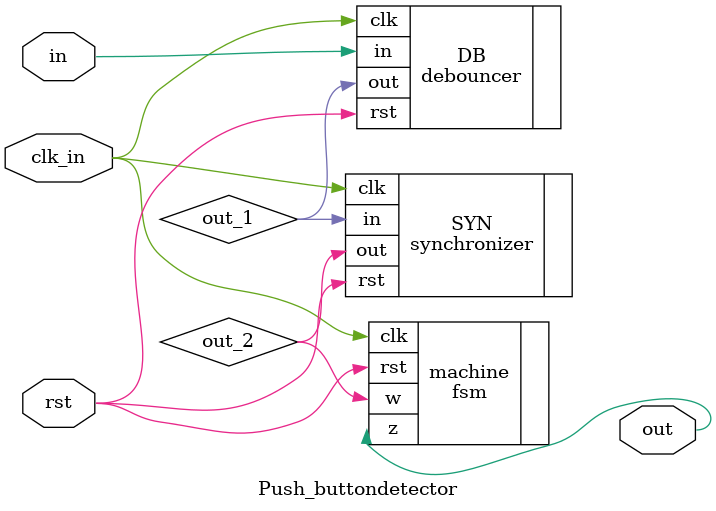
<source format=v>
`timescale 1ns / 1ps

module Push_buttondetector(
    input clk_in,
     rst,
     in, 
     output out
 );
  
    wire out_1, out_2; 
    
    debouncer DB (.clk(clk_in), .rst(rst), .in(in), .out(out_1));
    synchronizer SYN (.clk(clk_in), .rst(rst), .in(out_1), .out(out_2));
    fsm machine(.clk(clk_in), .rst(rst), .w(out_2), .z(out));
   
endmodule

</source>
